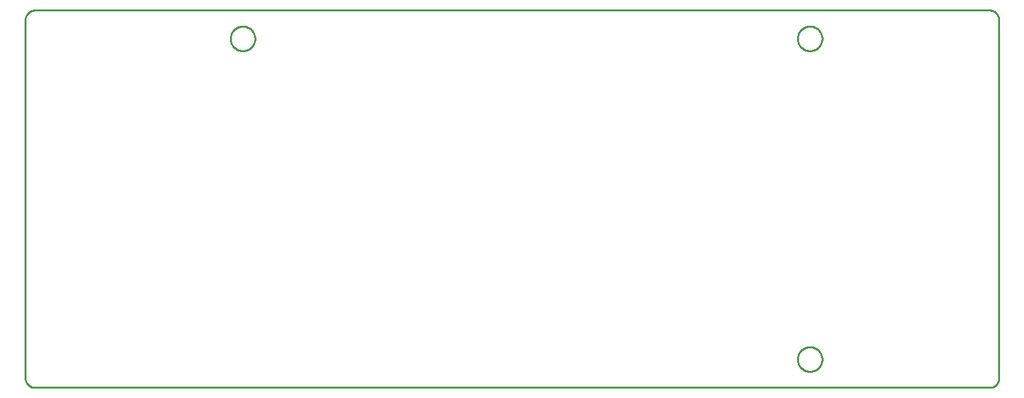
<source format=gbr>
G04 EAGLE Gerber RS-274X export*
G75*
%MOMM*%
%FSLAX34Y34*%
%LPD*%
%IN*%
%IPPOS*%
%AMOC8*
5,1,8,0,0,1.08239X$1,22.5*%
G01*
%ADD10C,0.254000*%


D10*
X685800Y660400D02*
X685848Y659293D01*
X685993Y658195D01*
X686233Y657113D01*
X686566Y656056D01*
X686990Y655033D01*
X687501Y654050D01*
X688097Y653116D01*
X688771Y652237D01*
X689520Y651420D01*
X690337Y650671D01*
X691216Y649997D01*
X692150Y649401D01*
X693133Y648890D01*
X694156Y648466D01*
X695213Y648133D01*
X696295Y647893D01*
X697393Y647748D01*
X698500Y647700D01*
X1981200Y647700D01*
X1982307Y647748D01*
X1983405Y647893D01*
X1984487Y648133D01*
X1985544Y648466D01*
X1986567Y648890D01*
X1987550Y649401D01*
X1988484Y649997D01*
X1989363Y650671D01*
X1990180Y651420D01*
X1990929Y652237D01*
X1991603Y653116D01*
X1992199Y654050D01*
X1992710Y655033D01*
X1993134Y656056D01*
X1993467Y657113D01*
X1993707Y658195D01*
X1993852Y659293D01*
X1993900Y660400D01*
X1993900Y1143000D01*
X1993852Y1144107D01*
X1993707Y1145205D01*
X1993467Y1146287D01*
X1993134Y1147344D01*
X1992710Y1148367D01*
X1992199Y1149350D01*
X1991603Y1150284D01*
X1990929Y1151163D01*
X1990180Y1151980D01*
X1989363Y1152729D01*
X1988484Y1153403D01*
X1987550Y1153999D01*
X1986567Y1154510D01*
X1985544Y1154934D01*
X1984487Y1155267D01*
X1983405Y1155507D01*
X1982307Y1155652D01*
X1981200Y1155700D01*
X698500Y1155700D01*
X697393Y1155652D01*
X696295Y1155507D01*
X695213Y1155267D01*
X694156Y1154934D01*
X693133Y1154510D01*
X692150Y1153999D01*
X691216Y1153403D01*
X690337Y1152729D01*
X689520Y1151980D01*
X688771Y1151163D01*
X688097Y1150284D01*
X687501Y1149350D01*
X686990Y1148367D01*
X686566Y1147344D01*
X686233Y1146287D01*
X685993Y1145205D01*
X685848Y1144107D01*
X685800Y1143000D01*
X685800Y660400D01*
X685800Y660400D02*
X685848Y659293D01*
X685993Y658195D01*
X686233Y657113D01*
X686566Y656056D01*
X686990Y655033D01*
X687501Y654050D01*
X688097Y653116D01*
X688771Y652237D01*
X689520Y651420D01*
X690337Y650671D01*
X691216Y649997D01*
X692150Y649401D01*
X693133Y648890D01*
X694156Y648466D01*
X695213Y648133D01*
X696295Y647893D01*
X697393Y647748D01*
X698500Y647700D01*
X1981200Y647700D01*
X1982307Y647748D01*
X1983405Y647893D01*
X1984487Y648133D01*
X1985544Y648466D01*
X1986567Y648890D01*
X1987550Y649401D01*
X1988484Y649997D01*
X1989363Y650671D01*
X1990180Y651420D01*
X1990929Y652237D01*
X1991603Y653116D01*
X1992199Y654050D01*
X1992710Y655033D01*
X1993134Y656056D01*
X1993467Y657113D01*
X1993707Y658195D01*
X1993852Y659293D01*
X1993900Y660400D01*
X1993900Y1143000D01*
X1993852Y1144107D01*
X1993707Y1145205D01*
X1993467Y1146287D01*
X1993134Y1147344D01*
X1992710Y1148367D01*
X1992199Y1149350D01*
X1991603Y1150284D01*
X1990929Y1151163D01*
X1990180Y1151980D01*
X1989363Y1152729D01*
X1988484Y1153403D01*
X1987550Y1153999D01*
X1986567Y1154510D01*
X1985544Y1154934D01*
X1984487Y1155267D01*
X1983405Y1155507D01*
X1982307Y1155652D01*
X1981200Y1155700D01*
X698500Y1155700D01*
X697393Y1155652D01*
X696295Y1155507D01*
X695213Y1155267D01*
X694156Y1154934D01*
X693133Y1154510D01*
X692150Y1153999D01*
X691216Y1153403D01*
X690337Y1152729D01*
X689520Y1151980D01*
X688771Y1151163D01*
X688097Y1150284D01*
X687501Y1149350D01*
X686990Y1148367D01*
X686566Y1147344D01*
X686233Y1146287D01*
X685993Y1145205D01*
X685848Y1144107D01*
X685800Y1143000D01*
X685800Y660400D01*
X1756410Y685260D02*
X1756339Y684181D01*
X1756198Y683109D01*
X1755987Y682049D01*
X1755708Y681005D01*
X1755360Y679981D01*
X1754946Y678983D01*
X1754468Y678013D01*
X1753928Y677077D01*
X1753327Y676178D01*
X1752669Y675321D01*
X1751957Y674508D01*
X1751192Y673744D01*
X1750379Y673031D01*
X1749522Y672373D01*
X1748623Y671772D01*
X1747687Y671232D01*
X1746717Y670754D01*
X1745719Y670340D01*
X1744695Y669992D01*
X1743651Y669713D01*
X1742591Y669502D01*
X1741519Y669361D01*
X1740440Y669290D01*
X1739360Y669290D01*
X1738281Y669361D01*
X1737209Y669502D01*
X1736149Y669713D01*
X1735105Y669992D01*
X1734081Y670340D01*
X1733083Y670754D01*
X1732113Y671232D01*
X1731177Y671772D01*
X1730278Y672373D01*
X1729421Y673031D01*
X1728608Y673744D01*
X1727844Y674508D01*
X1727131Y675321D01*
X1726473Y676178D01*
X1725872Y677077D01*
X1725332Y678013D01*
X1724854Y678983D01*
X1724440Y679981D01*
X1724092Y681005D01*
X1723813Y682049D01*
X1723602Y683109D01*
X1723461Y684181D01*
X1723390Y685260D01*
X1723390Y686340D01*
X1723461Y687419D01*
X1723602Y688491D01*
X1723813Y689551D01*
X1724092Y690595D01*
X1724440Y691619D01*
X1724854Y692617D01*
X1725332Y693587D01*
X1725872Y694523D01*
X1726473Y695422D01*
X1727131Y696279D01*
X1727844Y697092D01*
X1728608Y697857D01*
X1729421Y698569D01*
X1730278Y699227D01*
X1731177Y699828D01*
X1732113Y700368D01*
X1733083Y700846D01*
X1734081Y701260D01*
X1735105Y701608D01*
X1736149Y701887D01*
X1737209Y702098D01*
X1738281Y702239D01*
X1739360Y702310D01*
X1740440Y702310D01*
X1741519Y702239D01*
X1742591Y702098D01*
X1743651Y701887D01*
X1744695Y701608D01*
X1745719Y701260D01*
X1746717Y700846D01*
X1747687Y700368D01*
X1748623Y699828D01*
X1749522Y699227D01*
X1750379Y698569D01*
X1751192Y697857D01*
X1751957Y697092D01*
X1752669Y696279D01*
X1753327Y695422D01*
X1753928Y694523D01*
X1754468Y693587D01*
X1754946Y692617D01*
X1755360Y691619D01*
X1755708Y690595D01*
X1755987Y689551D01*
X1756198Y688491D01*
X1756339Y687419D01*
X1756410Y686340D01*
X1756410Y685260D01*
X1756410Y1117060D02*
X1756339Y1115981D01*
X1756198Y1114909D01*
X1755987Y1113849D01*
X1755708Y1112805D01*
X1755360Y1111781D01*
X1754946Y1110783D01*
X1754468Y1109813D01*
X1753928Y1108877D01*
X1753327Y1107978D01*
X1752669Y1107121D01*
X1751957Y1106308D01*
X1751192Y1105544D01*
X1750379Y1104831D01*
X1749522Y1104173D01*
X1748623Y1103572D01*
X1747687Y1103032D01*
X1746717Y1102554D01*
X1745719Y1102140D01*
X1744695Y1101792D01*
X1743651Y1101513D01*
X1742591Y1101302D01*
X1741519Y1101161D01*
X1740440Y1101090D01*
X1739360Y1101090D01*
X1738281Y1101161D01*
X1737209Y1101302D01*
X1736149Y1101513D01*
X1735105Y1101792D01*
X1734081Y1102140D01*
X1733083Y1102554D01*
X1732113Y1103032D01*
X1731177Y1103572D01*
X1730278Y1104173D01*
X1729421Y1104831D01*
X1728608Y1105544D01*
X1727844Y1106308D01*
X1727131Y1107121D01*
X1726473Y1107978D01*
X1725872Y1108877D01*
X1725332Y1109813D01*
X1724854Y1110783D01*
X1724440Y1111781D01*
X1724092Y1112805D01*
X1723813Y1113849D01*
X1723602Y1114909D01*
X1723461Y1115981D01*
X1723390Y1117060D01*
X1723390Y1118140D01*
X1723461Y1119219D01*
X1723602Y1120291D01*
X1723813Y1121351D01*
X1724092Y1122395D01*
X1724440Y1123419D01*
X1724854Y1124417D01*
X1725332Y1125387D01*
X1725872Y1126323D01*
X1726473Y1127222D01*
X1727131Y1128079D01*
X1727844Y1128892D01*
X1728608Y1129657D01*
X1729421Y1130369D01*
X1730278Y1131027D01*
X1731177Y1131628D01*
X1732113Y1132168D01*
X1733083Y1132646D01*
X1734081Y1133060D01*
X1735105Y1133408D01*
X1736149Y1133687D01*
X1737209Y1133898D01*
X1738281Y1134039D01*
X1739360Y1134110D01*
X1740440Y1134110D01*
X1741519Y1134039D01*
X1742591Y1133898D01*
X1743651Y1133687D01*
X1744695Y1133408D01*
X1745719Y1133060D01*
X1746717Y1132646D01*
X1747687Y1132168D01*
X1748623Y1131628D01*
X1749522Y1131027D01*
X1750379Y1130369D01*
X1751192Y1129657D01*
X1751957Y1128892D01*
X1752669Y1128079D01*
X1753327Y1127222D01*
X1753928Y1126323D01*
X1754468Y1125387D01*
X1754946Y1124417D01*
X1755360Y1123419D01*
X1755708Y1122395D01*
X1755987Y1121351D01*
X1756198Y1120291D01*
X1756339Y1119219D01*
X1756410Y1118140D01*
X1756410Y1117060D01*
X994410Y1117060D02*
X994339Y1115981D01*
X994198Y1114909D01*
X993987Y1113849D01*
X993708Y1112805D01*
X993360Y1111781D01*
X992946Y1110783D01*
X992468Y1109813D01*
X991928Y1108877D01*
X991327Y1107978D01*
X990669Y1107121D01*
X989957Y1106308D01*
X989192Y1105544D01*
X988379Y1104831D01*
X987522Y1104173D01*
X986623Y1103572D01*
X985687Y1103032D01*
X984717Y1102554D01*
X983719Y1102140D01*
X982695Y1101792D01*
X981651Y1101513D01*
X980591Y1101302D01*
X979519Y1101161D01*
X978440Y1101090D01*
X977360Y1101090D01*
X976281Y1101161D01*
X975209Y1101302D01*
X974149Y1101513D01*
X973105Y1101792D01*
X972081Y1102140D01*
X971083Y1102554D01*
X970113Y1103032D01*
X969177Y1103572D01*
X968278Y1104173D01*
X967421Y1104831D01*
X966608Y1105544D01*
X965844Y1106308D01*
X965131Y1107121D01*
X964473Y1107978D01*
X963872Y1108877D01*
X963332Y1109813D01*
X962854Y1110783D01*
X962440Y1111781D01*
X962092Y1112805D01*
X961813Y1113849D01*
X961602Y1114909D01*
X961461Y1115981D01*
X961390Y1117060D01*
X961390Y1118140D01*
X961461Y1119219D01*
X961602Y1120291D01*
X961813Y1121351D01*
X962092Y1122395D01*
X962440Y1123419D01*
X962854Y1124417D01*
X963332Y1125387D01*
X963872Y1126323D01*
X964473Y1127222D01*
X965131Y1128079D01*
X965844Y1128892D01*
X966608Y1129657D01*
X967421Y1130369D01*
X968278Y1131027D01*
X969177Y1131628D01*
X970113Y1132168D01*
X971083Y1132646D01*
X972081Y1133060D01*
X973105Y1133408D01*
X974149Y1133687D01*
X975209Y1133898D01*
X976281Y1134039D01*
X977360Y1134110D01*
X978440Y1134110D01*
X979519Y1134039D01*
X980591Y1133898D01*
X981651Y1133687D01*
X982695Y1133408D01*
X983719Y1133060D01*
X984717Y1132646D01*
X985687Y1132168D01*
X986623Y1131628D01*
X987522Y1131027D01*
X988379Y1130369D01*
X989192Y1129657D01*
X989957Y1128892D01*
X990669Y1128079D01*
X991327Y1127222D01*
X991928Y1126323D01*
X992468Y1125387D01*
X992946Y1124417D01*
X993360Y1123419D01*
X993708Y1122395D01*
X993987Y1121351D01*
X994198Y1120291D01*
X994339Y1119219D01*
X994410Y1118140D01*
X994410Y1117060D01*
M02*

</source>
